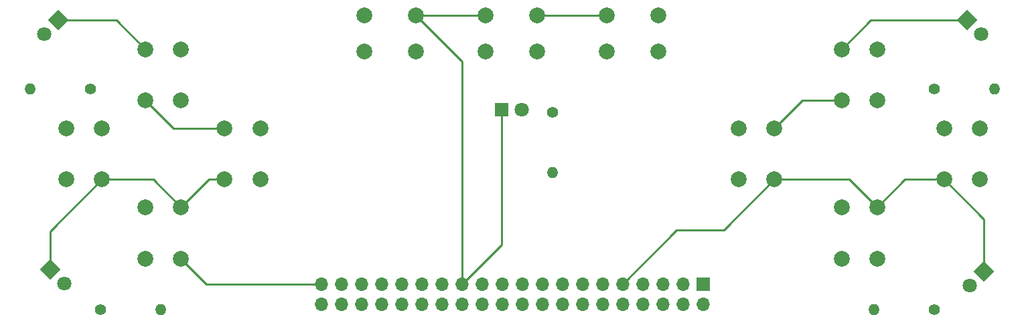
<source format=gbl>
%TF.GenerationSoftware,KiCad,Pcbnew,(6.0.11-0)*%
%TF.CreationDate,2023-02-15T22:40:39-07:00*%
%TF.ProjectId,gamepad,67616d65-7061-4642-9e6b-696361645f70,rev?*%
%TF.SameCoordinates,Original*%
%TF.FileFunction,Copper,L2,Bot*%
%TF.FilePolarity,Positive*%
%FSLAX46Y46*%
G04 Gerber Fmt 4.6, Leading zero omitted, Abs format (unit mm)*
G04 Created by KiCad (PCBNEW (6.0.11-0)) date 2023-02-15 22:40:39*
%MOMM*%
%LPD*%
G01*
G04 APERTURE LIST*
G04 Aperture macros list*
%AMRotRect*
0 Rectangle, with rotation*
0 The origin of the aperture is its center*
0 $1 length*
0 $2 width*
0 $3 Rotation angle, in degrees counterclockwise*
0 Add horizontal line*
21,1,$1,$2,0,0,$3*%
G04 Aperture macros list end*
%TA.AperFunction,ComponentPad*%
%ADD10RotRect,1.800000X1.800000X225.000000*%
%TD*%
%TA.AperFunction,ComponentPad*%
%ADD11C,1.800000*%
%TD*%
%TA.AperFunction,ComponentPad*%
%ADD12RotRect,1.800000X1.800000X315.000000*%
%TD*%
%TA.AperFunction,ComponentPad*%
%ADD13C,1.400000*%
%TD*%
%TA.AperFunction,ComponentPad*%
%ADD14O,1.400000X1.400000*%
%TD*%
%TA.AperFunction,ComponentPad*%
%ADD15C,2.000000*%
%TD*%
%TA.AperFunction,ComponentPad*%
%ADD16R,1.800000X1.800000*%
%TD*%
%TA.AperFunction,ComponentPad*%
%ADD17R,1.700000X1.700000*%
%TD*%
%TA.AperFunction,ComponentPad*%
%ADD18O,1.700000X1.700000*%
%TD*%
%TA.AperFunction,Conductor*%
%ADD19C,0.250000*%
%TD*%
G04 APERTURE END LIST*
D10*
%TO.P,D5,1,K*%
%TO.N,Net-(J1-Pad9)*%
X224767963Y-137414849D03*
D11*
%TO.P,D5,2,A*%
%TO.N,Net-(D5-Pad2)*%
X222971912Y-139210900D03*
%TD*%
D12*
%TO.P,D4,1,K*%
%TO.N,Net-(J1-Pad9)*%
X222583082Y-105584365D03*
D11*
%TO.P,D4,2,A*%
%TO.N,Net-(D4-Pad2)*%
X224379133Y-107380416D03*
%TD*%
D10*
%TO.P,D3,1,K*%
%TO.N,Net-(J1-Pad39)*%
X107764349Y-105572566D03*
D11*
%TO.P,D3,2,A*%
%TO.N,Net-(D3-Pad2)*%
X105968298Y-107368617D03*
%TD*%
D12*
%TO.P,D2,1,K*%
%TO.N,Net-(J1-Pad39)*%
X106680000Y-137160000D03*
D11*
%TO.P,D2,2,A*%
%TO.N,Net-(D2-Pad2)*%
X108476051Y-138956051D03*
%TD*%
D13*
%TO.P,R5,1*%
%TO.N,Net-(D5-Pad2)*%
X218440000Y-142240000D03*
D14*
%TO.P,R5,2*%
%TO.N,Net-(J1-Pad16)*%
X210820000Y-142240000D03*
%TD*%
D13*
%TO.P,R4,1*%
%TO.N,Net-(D4-Pad2)*%
X218440000Y-114300000D03*
D14*
%TO.P,R4,2*%
%TO.N,Net-(J1-Pad12)*%
X226060000Y-114300000D03*
%TD*%
%TO.P,R3,2*%
%TO.N,Net-(J1-Pad40)*%
X104140000Y-114300000D03*
D13*
%TO.P,R3,1*%
%TO.N,Net-(D3-Pad2)*%
X111760000Y-114300000D03*
%TD*%
%TO.P,R2,1*%
%TO.N,Net-(D2-Pad2)*%
X113030000Y-142240000D03*
D14*
%TO.P,R2,2*%
%TO.N,Net-(J1-Pad38)*%
X120650000Y-142240000D03*
%TD*%
D15*
%TO.P,SW5,1,1*%
%TO.N,Net-(D1-Pad1)*%
X152910000Y-105000000D03*
X146410000Y-105000000D03*
%TO.P,SW5,2,2*%
%TO.N,Net-(J1-Pad23)*%
X152910000Y-109500000D03*
X146410000Y-109500000D03*
%TD*%
%TO.P,SW3,1,1*%
%TO.N,Net-(J1-Pad35)*%
X118750000Y-129250000D03*
X118750000Y-135750000D03*
%TO.P,SW3,2,2*%
%TO.N,Net-(J1-Pad39)*%
X123250000Y-135750000D03*
X123250000Y-129250000D03*
%TD*%
%TO.P,SW8,1,1*%
%TO.N,Net-(J1-Pad13)*%
X193750000Y-125750000D03*
X193750000Y-119250000D03*
%TO.P,SW8,2,2*%
%TO.N,Net-(J1-Pad9)*%
X198250000Y-119250000D03*
X198250000Y-125750000D03*
%TD*%
D13*
%TO.P,R1,1*%
%TO.N,Net-(D1-Pad2)*%
X170180000Y-117270000D03*
D14*
%TO.P,R1,2*%
%TO.N,Net-(J1-Pad18)*%
X170180000Y-124890000D03*
%TD*%
D11*
%TO.P,D1,2,A*%
%TO.N,Net-(D1-Pad2)*%
X166290000Y-116880000D03*
D16*
%TO.P,D1,1,K*%
%TO.N,Net-(D1-Pad1)*%
X163750000Y-116880000D03*
%TD*%
D17*
%TO.P,J1,1,3V3*%
%TO.N,unconnected-(J1-Pad1)*%
X189225000Y-138971190D03*
D18*
%TO.P,J1,2,5V*%
%TO.N,unconnected-(J1-Pad2)*%
X189225000Y-141511190D03*
%TO.P,J1,3,SDA/GPIO2*%
%TO.N,unconnected-(J1-Pad3)*%
X186685000Y-138971190D03*
%TO.P,J1,4,5V*%
%TO.N,unconnected-(J1-Pad4)*%
X186685000Y-141511190D03*
%TO.P,J1,5,SCL/GPIO3*%
%TO.N,unconnected-(J1-Pad5)*%
X184145000Y-138971190D03*
%TO.P,J1,6,GND*%
%TO.N,unconnected-(J1-Pad6)*%
X184145000Y-141511190D03*
%TO.P,J1,7,GCLK0/GPIO4*%
%TO.N,Net-(J1-Pad7)*%
X181605000Y-138971190D03*
%TO.P,J1,8,GPIO14/TXD*%
%TO.N,unconnected-(J1-Pad8)*%
X181605000Y-141511190D03*
%TO.P,J1,9,GND*%
%TO.N,Net-(J1-Pad9)*%
X179065000Y-138971190D03*
%TO.P,J1,10,GPIO15/RXD*%
%TO.N,unconnected-(J1-Pad10)*%
X179065000Y-141511190D03*
%TO.P,J1,11,GPIO17*%
%TO.N,Net-(J1-Pad11)*%
X176525000Y-138971190D03*
%TO.P,J1,12,GPIO18/PWM0*%
%TO.N,Net-(J1-Pad12)*%
X176525000Y-141511190D03*
%TO.P,J1,13,GPIO27*%
%TO.N,Net-(J1-Pad13)*%
X173985000Y-138971190D03*
%TO.P,J1,14,GND*%
%TO.N,unconnected-(J1-Pad14)*%
X173985000Y-141511190D03*
%TO.P,J1,15,GPIO22*%
%TO.N,Net-(J1-Pad15)*%
X171445000Y-138971190D03*
%TO.P,J1,16,GPIO23*%
%TO.N,Net-(J1-Pad16)*%
X171445000Y-141511190D03*
%TO.P,J1,17,3V3*%
%TO.N,unconnected-(J1-Pad17)*%
X168905000Y-138971190D03*
%TO.P,J1,18,GPIO24*%
%TO.N,Net-(J1-Pad18)*%
X168905000Y-141511190D03*
%TO.P,J1,19,MOSI0/GPIO10*%
%TO.N,Net-(J1-Pad19)*%
X166365000Y-138971190D03*
%TO.P,J1,20,GND*%
%TO.N,unconnected-(J1-Pad20)*%
X166365000Y-141511190D03*
%TO.P,J1,21,MISO0/GPIO9*%
%TO.N,Net-(J1-Pad21)*%
X163825000Y-138971190D03*
%TO.P,J1,22,GPIO25*%
%TO.N,unconnected-(J1-Pad22)*%
X163825000Y-141511190D03*
%TO.P,J1,23,SCLK0/GPIO11*%
%TO.N,Net-(J1-Pad23)*%
X161285000Y-138971190D03*
%TO.P,J1,24,~{CE0}/GPIO8*%
%TO.N,unconnected-(J1-Pad24)*%
X161285000Y-141511190D03*
%TO.P,J1,25,GND*%
%TO.N,Net-(D1-Pad1)*%
X158745000Y-138971190D03*
%TO.P,J1,26,~{CE1}/GPIO7*%
%TO.N,unconnected-(J1-Pad26)*%
X158745000Y-141511190D03*
%TO.P,J1,27,ID_SD/GPIO0*%
%TO.N,unconnected-(J1-Pad27)*%
X156205000Y-138971190D03*
%TO.P,J1,28,ID_SC/GPIO1*%
%TO.N,unconnected-(J1-Pad28)*%
X156205000Y-141511190D03*
%TO.P,J1,29,GCLK1/GPIO5*%
%TO.N,Net-(J1-Pad29)*%
X153665000Y-138971190D03*
%TO.P,J1,30,GND*%
%TO.N,unconnected-(J1-Pad30)*%
X153665000Y-141511190D03*
%TO.P,J1,31,GCLK2/GPIO6*%
%TO.N,Net-(J1-Pad31)*%
X151125000Y-138971190D03*
%TO.P,J1,32,PWM0/GPIO12*%
%TO.N,unconnected-(J1-Pad32)*%
X151125000Y-141511190D03*
%TO.P,J1,33,PWM1/GPIO13*%
%TO.N,unconnected-(J1-Pad33)*%
X148585000Y-138971190D03*
%TO.P,J1,34,GND*%
%TO.N,unconnected-(J1-Pad34)*%
X148585000Y-141511190D03*
%TO.P,J1,35,GPIO19/MISO1*%
%TO.N,Net-(J1-Pad35)*%
X146045000Y-138971190D03*
%TO.P,J1,36,GPIO16*%
%TO.N,unconnected-(J1-Pad36)*%
X146045000Y-141511190D03*
%TO.P,J1,37,GPIO26*%
%TO.N,Net-(J1-Pad37)*%
X143505000Y-138971190D03*
%TO.P,J1,38,GPIO20/MOSI1*%
%TO.N,Net-(J1-Pad38)*%
X143505000Y-141511190D03*
%TO.P,J1,39,GND*%
%TO.N,Net-(J1-Pad39)*%
X140965000Y-138971190D03*
%TO.P,J1,40,GPIO21/SCLK1*%
%TO.N,Net-(J1-Pad40)*%
X140965000Y-141511190D03*
%TD*%
D15*
%TO.P,SW11,1,1*%
%TO.N,Net-(J1-Pad9)*%
X219750000Y-125750000D03*
X219750000Y-119250000D03*
%TO.P,SW11,2,2*%
%TO.N,Net-(J1-Pad7)*%
X224250000Y-125750000D03*
X224250000Y-119250000D03*
%TD*%
%TO.P,SW1,1,1*%
%TO.N,Net-(J1-Pad37)*%
X108750000Y-125750000D03*
X108750000Y-119250000D03*
%TO.P,SW1,2,2*%
%TO.N,Net-(J1-Pad39)*%
X113250000Y-119250000D03*
X113250000Y-125750000D03*
%TD*%
%TO.P,SW7,1,1*%
%TO.N,Net-(D1-Pad1)*%
X183590000Y-105000000D03*
X177090000Y-105000000D03*
%TO.P,SW7,2,2*%
%TO.N,Net-(J1-Pad19)*%
X177090000Y-109500000D03*
X183590000Y-109500000D03*
%TD*%
%TO.P,SW10,1,1*%
%TO.N,Net-(J1-Pad9)*%
X206750000Y-109250000D03*
X206750000Y-115750000D03*
%TO.P,SW10,2,2*%
%TO.N,Net-(J1-Pad15)*%
X211250000Y-109250000D03*
X211250000Y-115750000D03*
%TD*%
%TO.P,SW2,1,1*%
%TO.N,Net-(J1-Pad39)*%
X118750000Y-115750000D03*
X118750000Y-109250000D03*
%TO.P,SW2,2,2*%
%TO.N,Net-(J1-Pad29)*%
X123250000Y-115750000D03*
X123250000Y-109250000D03*
%TD*%
%TO.P,SW4,1,1*%
%TO.N,Net-(J1-Pad39)*%
X128750000Y-119250000D03*
X128750000Y-125750000D03*
%TO.P,SW4,2,2*%
%TO.N,Net-(J1-Pad31)*%
X133250000Y-119250000D03*
X133250000Y-125750000D03*
%TD*%
%TO.P,SW9,1,1*%
%TO.N,Net-(J1-Pad11)*%
X206750000Y-135750000D03*
X206750000Y-129250000D03*
%TO.P,SW9,2,2*%
%TO.N,Net-(J1-Pad9)*%
X211250000Y-135750000D03*
X211250000Y-129250000D03*
%TD*%
%TO.P,SW6,1,1*%
%TO.N,Net-(D1-Pad1)*%
X161750000Y-105000000D03*
X168250000Y-105000000D03*
%TO.P,SW6,2,2*%
%TO.N,Net-(J1-Pad21)*%
X161750000Y-109500000D03*
X168250000Y-109500000D03*
%TD*%
D19*
%TO.N,Net-(J1-Pad9)*%
X224767963Y-137414849D02*
X224767963Y-130767963D01*
X224767963Y-130767963D02*
X219750000Y-125750000D01*
X222583082Y-105584365D02*
X210415635Y-105584365D01*
X210415635Y-105584365D02*
X206750000Y-109250000D01*
%TO.N,Net-(J1-Pad39)*%
X140965000Y-138971190D02*
X126471190Y-138971190D01*
X126471190Y-138971190D02*
X123250000Y-135750000D01*
X106680000Y-137160000D02*
X106680000Y-132320000D01*
X106680000Y-132320000D02*
X113250000Y-125750000D01*
X107764349Y-105572566D02*
X115072566Y-105572566D01*
X115072566Y-105572566D02*
X118750000Y-109250000D01*
%TO.N,Net-(J1-Pad9)*%
X179065000Y-138971190D02*
X185887418Y-132148772D01*
X211250000Y-129250000D02*
X214750000Y-125750000D01*
X198250000Y-119250000D02*
X201750000Y-115750000D01*
X191851228Y-132148772D02*
X198250000Y-125750000D01*
X207750000Y-125750000D02*
X211250000Y-129250000D01*
X185887418Y-132148772D02*
X191851228Y-132148772D01*
X198250000Y-125750000D02*
X207750000Y-125750000D01*
X201750000Y-115750000D02*
X206750000Y-115750000D01*
X214750000Y-125750000D02*
X219750000Y-125750000D01*
%TO.N,Net-(D1-Pad1)*%
X158745000Y-138971190D02*
X158745000Y-110835000D01*
X168250000Y-105000000D02*
X177090000Y-105000000D01*
X158745000Y-138971190D02*
X163750000Y-133966190D01*
X158745000Y-110835000D02*
X152910000Y-105000000D01*
X152910000Y-105000000D02*
X161750000Y-105000000D01*
X163750000Y-133966190D02*
X163750000Y-116880000D01*
%TO.N,Net-(J1-Pad39)*%
X118750000Y-115750000D02*
X122250000Y-119250000D01*
X126750000Y-125750000D02*
X128750000Y-125750000D01*
X119750000Y-125750000D02*
X113250000Y-125750000D01*
X123250000Y-129250000D02*
X119750000Y-125750000D01*
X122250000Y-119250000D02*
X128750000Y-119250000D01*
X123250000Y-129250000D02*
X126750000Y-125750000D01*
%TD*%
M02*

</source>
